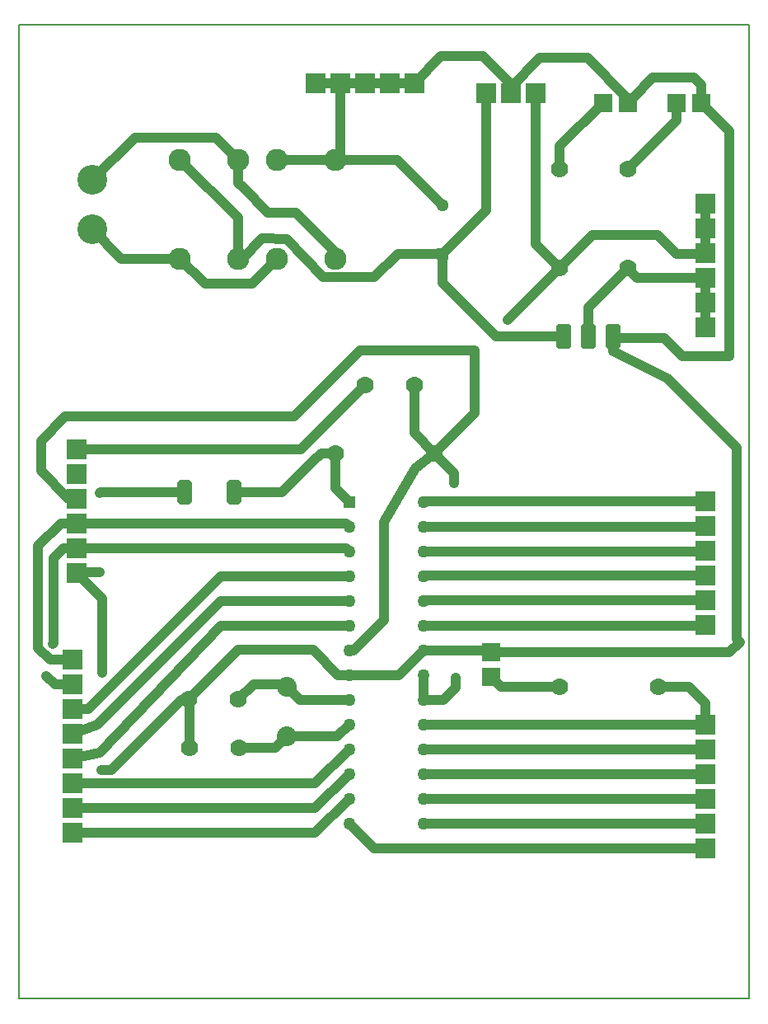
<source format=gbr>
G04 PROTEUS GERBER X2 FILE*
%TF.GenerationSoftware,Labcenter,Proteus,8.7-SP3-Build25561*%
%TF.CreationDate,2018-12-01T16:26:02+00:00*%
%TF.FileFunction,Copper,L2,Bot*%
%TF.FilePolarity,Positive*%
%TF.Part,Single*%
%TF.SameCoordinates,{6994f0fc-588b-4978-b2a0-abdd5f5918e5}*%
%FSLAX45Y45*%
%MOMM*%
G01*
%TA.AperFunction,Conductor*%
%ADD10C,1.000000*%
%TA.AperFunction,ViaPad*%
%ADD11C,0.762000*%
%TA.AperFunction,ComponentPad*%
%ADD12C,3.048000*%
%ADD13C,2.286000*%
%TA.AperFunction,WasherPad*%
%ADD14R,1.280000X1.280000*%
%TA.AperFunction,ComponentPad*%
%ADD15C,1.280000*%
%AMPPAD006*
4,1,36,
0.457200,-1.270000,
-0.457200,-1.270000,
-0.519520,-1.263940,
-0.577160,-1.246490,
-0.628980,-1.218770,
-0.673890,-1.181890,
-0.710760,-1.136980,
-0.738480,-1.085160,
-0.755930,-1.027520,
-0.762000,-0.965200,
-0.762000,0.965200,
-0.755930,1.027520,
-0.738480,1.085160,
-0.710760,1.136980,
-0.673890,1.181890,
-0.628980,1.218770,
-0.577160,1.246490,
-0.519520,1.263940,
-0.457200,1.270000,
0.457200,1.270000,
0.519520,1.263940,
0.577160,1.246490,
0.628980,1.218770,
0.673890,1.181890,
0.710760,1.136980,
0.738480,1.085160,
0.755930,1.027520,
0.762000,0.965200,
0.762000,-0.965200,
0.755930,-1.027520,
0.738480,-1.085160,
0.710760,-1.136980,
0.673890,-1.181890,
0.628980,-1.218770,
0.577160,-1.246490,
0.519520,-1.263940,
0.457200,-1.270000,
0*%
%TA.AperFunction,ComponentPad*%
%ADD16PPAD006*%
%ADD17R,2.032000X2.032000*%
%TA.AperFunction,ComponentPad*%
%ADD18C,1.778000*%
%ADD19R,1.905000X1.905000*%
%TA.AperFunction,ComponentPad*%
%ADD70R,1.270000X1.270000*%
%ADD71C,1.270000*%
%TA.AperFunction,ComponentPad*%
%ADD20C,2.032000*%
%AMDIL013*
4,1,8,
-0.762000,0.965200,-0.457200,1.270000,0.457200,1.270000,0.762000,0.965200,0.762000,-0.965200,
0.457200,-1.270000,-0.457200,-1.270000,-0.762000,-0.965200,-0.762000,0.965200,
0*%
%ADD21DIL013*%
%TA.AperFunction,Profile*%
%ADD22C,0.203200*%
%TD.AperFunction*%
D10*
X-3000000Y+2900000D02*
X-2700000Y+2600000D01*
X-2100000Y+2600000D01*
X-2100000Y+3616000D02*
X-1500000Y+3016000D01*
X-1500000Y+2600000D01*
X-500000Y+3616000D02*
X+134000Y+3616000D01*
X+600000Y+3150000D01*
X-708000Y+4400000D02*
X-454000Y+4400000D01*
X-200000Y+4400000D01*
X+54000Y+4400000D01*
X+308000Y+4400000D01*
X+600000Y+2650000D02*
X+600000Y+2350000D01*
X+1150000Y+1800000D01*
X+1846000Y+1800000D01*
X-600000Y+3616000D02*
X-500000Y+3616000D01*
X-1100000Y+3616000D02*
X-600000Y+3616000D01*
X+600000Y+2650000D02*
X+1046000Y+3096000D01*
X+1046000Y+4300000D01*
X+1554000Y+4300000D02*
X+1554000Y+2746000D01*
X+1800000Y+2500000D01*
X+2246000Y+4200000D02*
X+1800000Y+3754000D01*
X+1800000Y+3516000D01*
X+2500000Y+3516000D02*
X+3000000Y+4016000D01*
X+3000000Y+4200000D01*
X+3300000Y+3162000D02*
X+3300000Y+2908000D01*
X+3300000Y+2654000D01*
X+3300000Y+1892000D02*
X+3300000Y+2146000D01*
X+3300000Y+2400000D02*
X+3300000Y+2146000D01*
X+3300000Y+2400000D02*
X+2600000Y+2400000D01*
X+2500000Y+2500000D01*
X+2100000Y+2100000D01*
X+2100000Y+1800000D01*
X+1300000Y+4359565D02*
X+1601256Y+4660821D01*
X+1650338Y+4660821D01*
X+2085942Y+4660821D01*
X+2496763Y+4250000D01*
X+2550000Y+4250000D01*
X+3300000Y+108000D02*
X+408000Y+108000D01*
X+400000Y+100000D01*
X+400000Y-152000D02*
X+3294000Y-152000D01*
X+3300000Y-146000D01*
X+400000Y-406000D02*
X+3294000Y-406000D01*
X+3300000Y-400000D01*
X+3300000Y-654000D02*
X+406000Y-654000D01*
X+400000Y-660000D01*
X+3300000Y-908000D02*
X+406000Y-908000D01*
X+400000Y-914000D01*
X+400000Y-1168000D02*
X+3294000Y-1168000D01*
X+3300000Y-1162000D01*
X+400000Y-2184000D02*
X+3300000Y-2184000D01*
X+3300000Y-2438000D02*
X+400000Y-2438000D01*
X+3300000Y-2692000D02*
X+400000Y-2692000D01*
X+400000Y-2946000D02*
X+3300000Y-2946000D01*
X+400000Y-3200000D02*
X+3300000Y-3200000D01*
X+3300000Y-3454000D02*
X-108000Y-3454000D01*
X-362000Y-3200000D01*
X+400000Y-1930000D02*
X+400000Y-1676000D01*
X-1000000Y-1800000D02*
X-970000Y-1830000D01*
X-870000Y-1930000D01*
X-362000Y-1930000D01*
X-1000000Y-2308000D02*
X-486000Y-2308000D01*
X-362000Y-2184000D01*
X-2100000Y+2600000D02*
X-1838772Y+2338772D01*
X-1816844Y+2338772D01*
X-1361228Y+2338772D01*
X-1100000Y+2600000D01*
X-3000000Y+3408000D02*
X-2563717Y+3844283D01*
X-1727980Y+3844283D01*
X-1500000Y+3616303D01*
X-1500000Y+3616000D01*
X-1500000Y+3378785D01*
X-1454461Y+3333246D01*
X-1193667Y+3072452D01*
X-905322Y+3072452D01*
X-500000Y+2667130D01*
X-500000Y+2600000D01*
X+1800000Y+2500000D02*
X+2143485Y+2843485D01*
X+2186536Y+2843485D01*
X+2806318Y+2843485D01*
X+3005533Y+2644270D01*
X+3290270Y+2644270D01*
X+3300000Y+2654000D01*
X-1500000Y+2600000D02*
X-1458920Y+2600000D01*
X-1252060Y+2806860D01*
X-1000000Y+2800000D01*
X-630077Y+2406818D01*
X-101252Y+2406818D01*
X+141930Y+2650000D01*
X+600000Y+2650000D01*
X+2500000Y+4200000D02*
X+2550000Y+4250000D01*
X+2758404Y+4458404D01*
X+3178312Y+4458404D01*
X+3254000Y+4382716D01*
X+3254000Y+4200000D01*
X-454000Y+4400000D02*
X-454000Y+3662000D01*
X-500000Y+3616000D01*
X+308000Y+4400000D02*
X+585067Y+4677067D01*
X+1016754Y+4677067D01*
X+1300000Y+4393821D01*
X+1300000Y+4359565D01*
X+1300000Y+4355821D01*
X+1300000Y+4300000D01*
X+3254000Y+4200000D02*
X+3542140Y+3911860D01*
X+3542140Y+1598467D01*
X+3062803Y+1598467D01*
X+2879962Y+1781308D01*
X+2372692Y+1781308D01*
X+2354000Y+1800000D01*
X+1800000Y-1800000D02*
X+1200000Y-1800000D01*
X+1100000Y-1700000D01*
X+400000Y-1422000D02*
X+1076000Y-1422000D01*
X+1100000Y-1446000D01*
X-500000Y+600000D02*
X-500000Y+240000D01*
X-362000Y+102000D01*
X+1800000Y+2500000D02*
X+1270000Y+1970000D01*
X+1270000Y+1968500D01*
X+930491Y+1653459D02*
X+930491Y+1014491D01*
X+516000Y+600000D01*
X-362000Y-1676000D02*
X+146000Y-1676000D01*
X+400000Y-1422000D01*
X-3200000Y-3300000D02*
X-716000Y-3300000D01*
X-362000Y-2946000D01*
X-3200000Y-3046000D02*
X-716000Y-3046000D01*
X-362000Y-2692000D01*
X-3200000Y-2792000D02*
X-716000Y-2792000D01*
X-362000Y-2438000D01*
X-3163500Y-120500D02*
X-393500Y-120500D01*
X-362000Y-152000D01*
X-3163500Y-374500D02*
X-393500Y-374500D01*
X-362000Y-406000D01*
X-3163500Y+641500D02*
X-858500Y+641500D01*
X-200000Y+1300000D01*
X+308000Y+1300000D02*
X+308000Y+808000D01*
X+516000Y+600000D01*
X+317500Y+444500D01*
X-5427Y-106376D01*
X-5427Y-1112245D01*
X-315182Y-1422000D01*
X-362000Y-1422000D01*
X-3163500Y-120500D02*
X-3322546Y-120500D01*
X-3556000Y-353954D01*
X-3556000Y-1397000D01*
X-3431000Y-1522000D01*
X-3200000Y-1522000D01*
X-3163500Y-374500D02*
X-3294933Y-374500D01*
X-3397057Y-476624D01*
X-3397057Y-1346200D01*
X-3406021Y-1355164D01*
X-3471761Y-1683870D02*
X-3379631Y-1776000D01*
X-3200000Y-1776000D01*
X+930491Y+1653459D02*
X-251540Y+1653459D01*
X-925976Y+979023D01*
X-3275478Y+979023D01*
X-3528967Y+725534D01*
X-3528967Y+417467D01*
X-3245000Y+133500D01*
X-3163500Y+133500D01*
X+400000Y-1930000D02*
X+610001Y-1930000D01*
X+730921Y-1809080D01*
X+730921Y-1703430D01*
X+720511Y+295258D02*
X+720511Y+395489D01*
X+516000Y+600000D01*
X+2816000Y-1800000D02*
X+3133500Y-1800000D01*
X+3300000Y-1966500D01*
X+3300000Y-2184000D01*
X-3200000Y-2538000D02*
X-2921000Y-2476500D01*
X-1676000Y-1168000D01*
X-362000Y-1168000D01*
X-3200000Y-2030000D02*
X-3045999Y-2030000D01*
X-1675999Y-660000D01*
X-362000Y-660000D01*
X-3200000Y-2284000D02*
X-2952750Y-2190750D01*
X-1676000Y-914000D01*
X-362000Y-914000D01*
X-362000Y-1676000D02*
X-478958Y-1676000D01*
X-734650Y-1420308D01*
X-1501308Y-1420308D01*
X-2008000Y-1927000D01*
X-1500000Y-1927000D02*
X-1342122Y-1769122D01*
X-1101600Y-1769122D01*
X-1000000Y-1800000D01*
X-1492000Y-2427000D02*
X-1119000Y-2427000D01*
X-1000000Y-2308000D01*
X-3163500Y-628500D02*
X-2901192Y-890808D01*
X-2901192Y-1649854D01*
X-2906461Y-2652461D02*
X-2803834Y-2652461D01*
X-2205182Y-2053809D01*
X-2086373Y-1935000D01*
X-2000000Y-1935000D01*
X-2008000Y-1927000D01*
X-2000000Y-2427000D02*
X-2000000Y-1935000D01*
X-1542000Y+200000D02*
X-1049842Y+200000D01*
X-728739Y+521103D01*
X-649842Y+600000D01*
X-500000Y+600000D01*
X-2050000Y+200000D02*
X-2911500Y+200000D01*
X-2921000Y+190500D01*
X-2921168Y-622311D02*
X-3157311Y-622311D01*
X-3163500Y-628500D01*
X+2354000Y+1800000D02*
X+2354000Y+1651000D01*
X+2908719Y+1367471D01*
X+3619500Y+656690D01*
X+3619500Y-1307518D01*
X+3651753Y-1339771D01*
X+3545524Y-1446000D01*
X+1100000Y-1446000D01*
D11*
X+1270000Y+1968500D03*
X-3406021Y-1355164D03*
X-3471761Y-1683870D03*
X+930491Y+1653459D03*
X+730921Y-1703430D03*
X+720511Y+295258D03*
X-2901192Y-1649854D03*
X-2906461Y-2652461D03*
X-2921000Y+190500D03*
X-2921168Y-622311D03*
D12*
X-3000000Y+2900000D03*
X-3000000Y+3408000D03*
D13*
X-2100000Y+2600000D03*
X-2100000Y+3616000D03*
X-1500000Y+3616000D03*
X-1500000Y+2600000D03*
X-1100000Y+3616000D03*
X-1100000Y+2600000D03*
X-500000Y+3616000D03*
X-500000Y+2600000D03*
D14*
X+600000Y+2650000D03*
D15*
X+600000Y+3150000D03*
D16*
X+2354000Y+1800000D03*
X+2100000Y+1800000D03*
X+1846000Y+1800000D03*
D17*
X+1046000Y+4300000D03*
X+1300000Y+4300000D03*
X+1554000Y+4300000D03*
X-708000Y+4400000D03*
X-454000Y+4400000D03*
X-200000Y+4400000D03*
X+54000Y+4400000D03*
X+308000Y+4400000D03*
D18*
X+1800000Y+3516000D03*
X+1800000Y+2500000D03*
X+2500000Y+3516000D03*
X+2500000Y+2500000D03*
D19*
X+2246000Y+4200000D03*
X+2500000Y+4200000D03*
X+3000000Y+4200000D03*
X+3254000Y+4200000D03*
D17*
X+3300000Y+3162000D03*
X+3300000Y+2908000D03*
X+3300000Y+2654000D03*
X+3300000Y+2400000D03*
X+3300000Y+2146000D03*
X+3300000Y+1892000D03*
D70*
X-362000Y+102000D03*
D71*
X-362000Y-152000D03*
X-362000Y-406000D03*
X-362000Y-660000D03*
X-362000Y-914000D03*
X-362000Y-1168000D03*
X-362000Y-1422000D03*
X-362000Y-1676000D03*
X-362000Y-1930000D03*
X-362000Y-2184000D03*
X-362000Y-2438000D03*
X-362000Y-2692000D03*
X-362000Y-2946000D03*
X-362000Y-3200000D03*
X+400000Y-3200000D03*
X+400000Y-2946000D03*
X+400000Y-2692000D03*
X+400000Y-2438000D03*
X+400000Y-2184000D03*
X+400000Y-1930000D03*
X+400000Y-1676000D03*
X+400000Y-1422000D03*
X+400000Y-1168000D03*
X+400000Y-914000D03*
X+400000Y-660000D03*
X+400000Y-406000D03*
X+400000Y-152000D03*
X+400000Y+100000D03*
D20*
X-1000000Y-2308000D03*
X-1000000Y-1800000D03*
D18*
X-1500000Y-1927000D03*
X-2008000Y-1927000D03*
X-1492000Y-2427000D03*
X-2000000Y-2427000D03*
X+308000Y+1300000D03*
X-200000Y+1300000D03*
D19*
X+1100000Y-1700000D03*
X+1100000Y-1446000D03*
D17*
X+3300000Y+108000D03*
X+3300000Y-146000D03*
X+3300000Y-400000D03*
X+3300000Y-654000D03*
X+3300000Y-908000D03*
X+3300000Y-1162000D03*
X+3300000Y-2184000D03*
X+3300000Y-2438000D03*
X+3300000Y-2692000D03*
X+3300000Y-2946000D03*
X+3300000Y-3200000D03*
X+3300000Y-3454000D03*
X-3200000Y-3300000D03*
X-3200000Y-3046000D03*
X-3200000Y-2792000D03*
X-3200000Y-2538000D03*
X-3200000Y-2284000D03*
X-3200000Y-2030000D03*
X-3200000Y-1776000D03*
X-3200000Y-1522000D03*
X-3163500Y+641500D03*
X-3163500Y+387500D03*
X-3163500Y+133500D03*
X-3163500Y-120500D03*
X-3163500Y-374500D03*
X-3163500Y-628500D03*
D18*
X-500000Y+600000D03*
X+516000Y+600000D03*
X+1800000Y-1800000D03*
X+2816000Y-1800000D03*
D21*
X-2050000Y+200000D03*
X-1542000Y+200000D03*
D22*
X-3750000Y-5000000D02*
X+3750000Y-5000000D01*
X+3750000Y+5000000D01*
X-3750000Y+5000000D01*
X-3750000Y-5000000D01*
M02*

</source>
